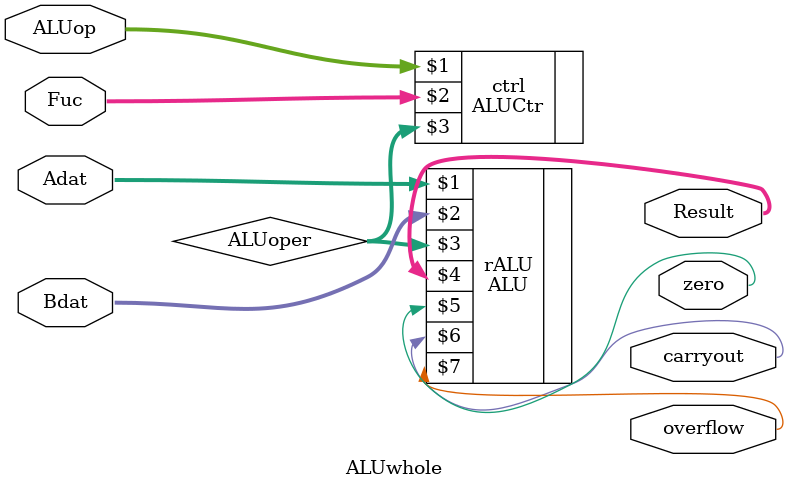
<source format=v>
`timescale 1ns / 1ps
module ALUwhole( 
	input [1:0] ALUop,
	input [5:0] Fuc,
	input [31:0] Adat,
	input [31:0] Bdat,
	output [31:0] Result,
	output zero,carryout,overflow
    );
	 wire [2:0] ALUoper;
	ALUCtr ctrl(ALUop, Fuc, ALUoper);
	ALU	 rALU(Adat, Bdat,ALUoper, Result, zero, carryout, overflow);
endmodule

</source>
